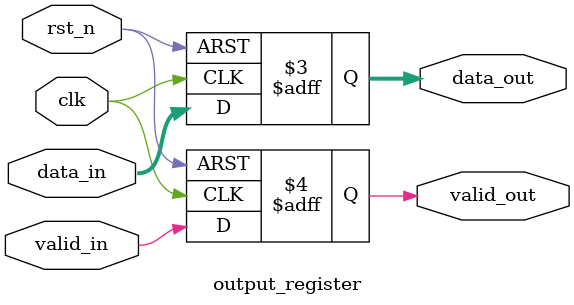
<source format=sv>
module bram_rom (
    input clk,
    input rst_n,  // 添加复位信号
    input valid_in,  // 输入有效信号
    input [3:0] addr,
    output [7:0] data,
    output valid_out  // 输出有效信号
);
    // 内部连线
    wire [7:0] rom_data;
    wire stage1_valid;
    
    // ROM存储单元子模块实例化
    rom_memory #(
        .DATA_WIDTH(8),
        .ADDR_WIDTH(4),
        .MEM_DEPTH(16)
    ) memory_unit (
        .clk(clk),
        .rst_n(rst_n),
        .valid_in(valid_in),
        .addr(addr),
        .data(rom_data),
        .valid_out(stage1_valid)
    );
    
    // 输出寄存器子模块实例化
    output_register #(
        .DATA_WIDTH(8)
    ) output_reg (
        .clk(clk),
        .rst_n(rst_n),
        .valid_in(stage1_valid),
        .data_in(rom_data),
        .data_out(data),
        .valid_out(valid_out)
    );
endmodule

// ROM存储单元子模块
module rom_memory #(
    parameter DATA_WIDTH = 8,
    parameter ADDR_WIDTH = 4,
    parameter MEM_DEPTH = 16
)(
    input clk,
    input rst_n,
    input valid_in,
    input [ADDR_WIDTH-1:0] addr,
    output reg [DATA_WIDTH-1:0] data,
    output reg valid_out
);
    // 使用块RAM实现ROM存储
    (* ram_style = "block" *) reg [DATA_WIDTH-1:0] rom [0:MEM_DEPTH-1];
    
    // 流水线寄存器
    reg [ADDR_WIDTH-1:0] addr_stage1;
    reg valid_stage1;
    
    // ROM数据初始化
    initial begin
        rom[0] = 8'h12; rom[1] = 8'h34; rom[2] = 8'h56; rom[3] = 8'h78;
        rom[4] = 8'h9A; rom[5] = 8'hBC; rom[6] = 8'hDE; rom[7] = 8'hF0;
        rom[8] = 8'h00; rom[9] = 8'h00; rom[10] = 8'h00; rom[11] = 8'h00;
        rom[12] = 8'h00; rom[13] = 8'h00; rom[14] = 8'h00; rom[15] = 8'h00;
    end
    
    // 第一级流水线：寄存地址和有效信号
    always @(posedge clk or negedge rst_n) begin
        if (!rst_n) begin
            addr_stage1 <= 0;
            valid_stage1 <= 1'b0;
        end else begin
            addr_stage1 <= addr;
            valid_stage1 <= valid_in;
        end
    end
    
    // 第二级流水线：读取ROM数据并传递有效信号
    always @(posedge clk or negedge rst_n) begin
        if (!rst_n) begin
            data <= 0;
            valid_out <= 1'b0;
        end else begin
            data <= rom[addr_stage1];
            valid_out <= valid_stage1;
        end
    end
endmodule

// 输出寄存器子模块
module output_register #(
    parameter DATA_WIDTH = 8
)(
    input clk,
    input rst_n,
    input valid_in,
    input [DATA_WIDTH-1:0] data_in,
    output reg [DATA_WIDTH-1:0] data_out,
    output reg valid_out
);
    // 注册输出数据和有效信号
    always @(posedge clk or negedge rst_n) begin
        if (!rst_n) begin
            data_out <= 0;
            valid_out <= 1'b0;
        end else begin
            data_out <= data_in;
            valid_out <= valid_in;
        end
    end
endmodule
</source>
